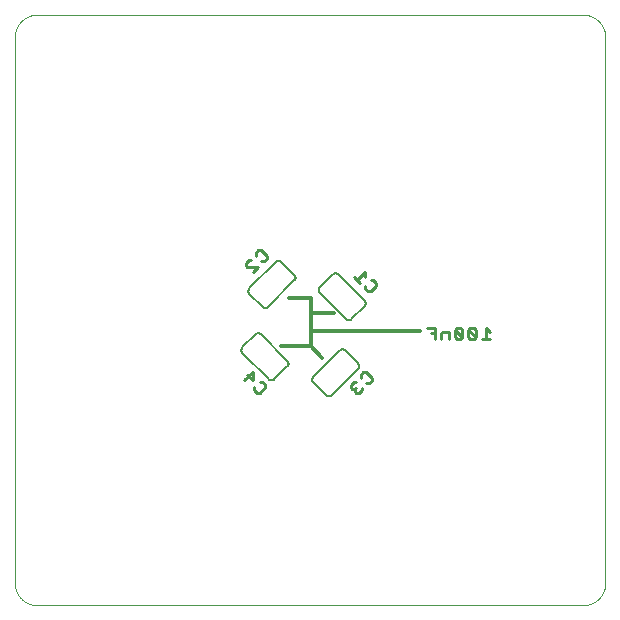
<source format=gbo>
G75*
%MOIN*%
%OFA0B0*%
%FSLAX25Y25*%
%IPPOS*%
%LPD*%
%AMOC8*
5,1,8,0,0,1.08239X$1,22.5*
%
%ADD10C,0.00000*%
%ADD11C,0.01200*%
%ADD12C,0.00600*%
%ADD13C,0.01100*%
D10*
X0014700Y0027800D02*
X0196550Y0027800D01*
X0196731Y0027802D01*
X0196912Y0027809D01*
X0197093Y0027820D01*
X0197274Y0027835D01*
X0197454Y0027855D01*
X0197634Y0027879D01*
X0197813Y0027907D01*
X0197991Y0027940D01*
X0198168Y0027977D01*
X0198345Y0028018D01*
X0198520Y0028063D01*
X0198695Y0028113D01*
X0198868Y0028167D01*
X0199039Y0028225D01*
X0199210Y0028287D01*
X0199378Y0028354D01*
X0199545Y0028424D01*
X0199711Y0028498D01*
X0199874Y0028577D01*
X0200035Y0028659D01*
X0200195Y0028745D01*
X0200352Y0028835D01*
X0200507Y0028929D01*
X0200660Y0029026D01*
X0200810Y0029128D01*
X0200958Y0029232D01*
X0201104Y0029341D01*
X0201246Y0029452D01*
X0201386Y0029568D01*
X0201523Y0029686D01*
X0201658Y0029808D01*
X0201789Y0029933D01*
X0201917Y0030061D01*
X0202042Y0030192D01*
X0202164Y0030327D01*
X0202282Y0030464D01*
X0202398Y0030604D01*
X0202509Y0030746D01*
X0202618Y0030892D01*
X0202722Y0031040D01*
X0202824Y0031190D01*
X0202921Y0031343D01*
X0203015Y0031498D01*
X0203105Y0031655D01*
X0203191Y0031815D01*
X0203273Y0031976D01*
X0203352Y0032139D01*
X0203426Y0032305D01*
X0203496Y0032472D01*
X0203563Y0032640D01*
X0203625Y0032811D01*
X0203683Y0032982D01*
X0203737Y0033155D01*
X0203787Y0033330D01*
X0203832Y0033505D01*
X0203873Y0033682D01*
X0203910Y0033859D01*
X0203943Y0034037D01*
X0203971Y0034216D01*
X0203995Y0034396D01*
X0204015Y0034576D01*
X0204030Y0034757D01*
X0204041Y0034938D01*
X0204048Y0035119D01*
X0204050Y0035300D01*
X0204050Y0217150D01*
X0204048Y0217331D01*
X0204041Y0217512D01*
X0204030Y0217693D01*
X0204015Y0217874D01*
X0203995Y0218054D01*
X0203971Y0218234D01*
X0203943Y0218413D01*
X0203910Y0218591D01*
X0203873Y0218768D01*
X0203832Y0218945D01*
X0203787Y0219120D01*
X0203737Y0219295D01*
X0203683Y0219468D01*
X0203625Y0219639D01*
X0203563Y0219810D01*
X0203496Y0219978D01*
X0203426Y0220145D01*
X0203352Y0220311D01*
X0203273Y0220474D01*
X0203191Y0220635D01*
X0203105Y0220795D01*
X0203015Y0220952D01*
X0202921Y0221107D01*
X0202824Y0221260D01*
X0202722Y0221410D01*
X0202618Y0221558D01*
X0202509Y0221704D01*
X0202398Y0221846D01*
X0202282Y0221986D01*
X0202164Y0222123D01*
X0202042Y0222258D01*
X0201917Y0222389D01*
X0201789Y0222517D01*
X0201658Y0222642D01*
X0201523Y0222764D01*
X0201386Y0222882D01*
X0201246Y0222998D01*
X0201104Y0223109D01*
X0200958Y0223218D01*
X0200810Y0223322D01*
X0200660Y0223424D01*
X0200507Y0223521D01*
X0200352Y0223615D01*
X0200195Y0223705D01*
X0200035Y0223791D01*
X0199874Y0223873D01*
X0199711Y0223952D01*
X0199545Y0224026D01*
X0199378Y0224096D01*
X0199210Y0224163D01*
X0199039Y0224225D01*
X0198868Y0224283D01*
X0198695Y0224337D01*
X0198520Y0224387D01*
X0198345Y0224432D01*
X0198168Y0224473D01*
X0197991Y0224510D01*
X0197813Y0224543D01*
X0197634Y0224571D01*
X0197454Y0224595D01*
X0197274Y0224615D01*
X0197093Y0224630D01*
X0196912Y0224641D01*
X0196731Y0224648D01*
X0196550Y0224650D01*
X0014700Y0224650D01*
X0014519Y0224648D01*
X0014338Y0224641D01*
X0014157Y0224630D01*
X0013976Y0224615D01*
X0013796Y0224595D01*
X0013616Y0224571D01*
X0013437Y0224543D01*
X0013259Y0224510D01*
X0013082Y0224473D01*
X0012905Y0224432D01*
X0012730Y0224387D01*
X0012555Y0224337D01*
X0012382Y0224283D01*
X0012211Y0224225D01*
X0012040Y0224163D01*
X0011872Y0224096D01*
X0011705Y0224026D01*
X0011539Y0223952D01*
X0011376Y0223873D01*
X0011215Y0223791D01*
X0011055Y0223705D01*
X0010898Y0223615D01*
X0010743Y0223521D01*
X0010590Y0223424D01*
X0010440Y0223322D01*
X0010292Y0223218D01*
X0010146Y0223109D01*
X0010004Y0222998D01*
X0009864Y0222882D01*
X0009727Y0222764D01*
X0009592Y0222642D01*
X0009461Y0222517D01*
X0009333Y0222389D01*
X0009208Y0222258D01*
X0009086Y0222123D01*
X0008968Y0221986D01*
X0008852Y0221846D01*
X0008741Y0221704D01*
X0008632Y0221558D01*
X0008528Y0221410D01*
X0008426Y0221260D01*
X0008329Y0221107D01*
X0008235Y0220952D01*
X0008145Y0220795D01*
X0008059Y0220635D01*
X0007977Y0220474D01*
X0007898Y0220311D01*
X0007824Y0220145D01*
X0007754Y0219978D01*
X0007687Y0219810D01*
X0007625Y0219639D01*
X0007567Y0219468D01*
X0007513Y0219295D01*
X0007463Y0219120D01*
X0007418Y0218945D01*
X0007377Y0218768D01*
X0007340Y0218591D01*
X0007307Y0218413D01*
X0007279Y0218234D01*
X0007255Y0218054D01*
X0007235Y0217874D01*
X0007220Y0217693D01*
X0007209Y0217512D01*
X0007202Y0217331D01*
X0007200Y0217150D01*
X0007200Y0035300D01*
X0007202Y0035119D01*
X0007209Y0034938D01*
X0007220Y0034757D01*
X0007235Y0034576D01*
X0007255Y0034396D01*
X0007279Y0034216D01*
X0007307Y0034037D01*
X0007340Y0033859D01*
X0007377Y0033682D01*
X0007418Y0033505D01*
X0007463Y0033330D01*
X0007513Y0033155D01*
X0007567Y0032982D01*
X0007625Y0032811D01*
X0007687Y0032640D01*
X0007754Y0032472D01*
X0007824Y0032305D01*
X0007898Y0032139D01*
X0007977Y0031976D01*
X0008059Y0031815D01*
X0008145Y0031655D01*
X0008235Y0031498D01*
X0008329Y0031343D01*
X0008426Y0031190D01*
X0008528Y0031040D01*
X0008632Y0030892D01*
X0008741Y0030746D01*
X0008852Y0030604D01*
X0008968Y0030464D01*
X0009086Y0030327D01*
X0009208Y0030192D01*
X0009333Y0030061D01*
X0009461Y0029933D01*
X0009592Y0029808D01*
X0009727Y0029686D01*
X0009864Y0029568D01*
X0010004Y0029452D01*
X0010146Y0029341D01*
X0010292Y0029232D01*
X0010440Y0029128D01*
X0010590Y0029026D01*
X0010743Y0028929D01*
X0010898Y0028835D01*
X0011055Y0028745D01*
X0011215Y0028659D01*
X0011376Y0028577D01*
X0011539Y0028498D01*
X0011705Y0028424D01*
X0011872Y0028354D01*
X0012040Y0028287D01*
X0012211Y0028225D01*
X0012382Y0028167D01*
X0012555Y0028113D01*
X0012730Y0028063D01*
X0012905Y0028018D01*
X0013082Y0027977D01*
X0013259Y0027940D01*
X0013437Y0027907D01*
X0013616Y0027879D01*
X0013796Y0027855D01*
X0013976Y0027835D01*
X0014157Y0027820D01*
X0014338Y0027809D01*
X0014519Y0027802D01*
X0014700Y0027800D01*
D11*
X0095950Y0114050D02*
X0105950Y0114050D01*
X0109700Y0110300D01*
X0105950Y0114050D02*
X0105950Y0119050D01*
X0142200Y0119050D01*
X0113450Y0125300D02*
X0105950Y0125300D01*
X0105950Y0119050D01*
X0105950Y0125300D02*
X0105950Y0130300D01*
X0098450Y0130300D01*
D12*
X0100436Y0136117D02*
X0091598Y0127278D01*
X0091549Y0127232D01*
X0091497Y0127188D01*
X0091443Y0127147D01*
X0091387Y0127109D01*
X0091329Y0127074D01*
X0091269Y0127042D01*
X0091208Y0127014D01*
X0091145Y0126989D01*
X0091081Y0126967D01*
X0091016Y0126949D01*
X0090950Y0126934D01*
X0090883Y0126923D01*
X0090815Y0126916D01*
X0090748Y0126912D01*
X0090680Y0126912D01*
X0090613Y0126916D01*
X0090545Y0126923D01*
X0090478Y0126934D01*
X0090412Y0126949D01*
X0090347Y0126967D01*
X0090283Y0126989D01*
X0090220Y0127014D01*
X0090159Y0127042D01*
X0090099Y0127074D01*
X0090041Y0127109D01*
X0089985Y0127147D01*
X0089931Y0127188D01*
X0089879Y0127232D01*
X0089830Y0127278D01*
X0085428Y0131680D01*
X0085382Y0131729D01*
X0085338Y0131781D01*
X0085297Y0131835D01*
X0085259Y0131891D01*
X0085224Y0131949D01*
X0085192Y0132009D01*
X0085164Y0132070D01*
X0085139Y0132133D01*
X0085117Y0132197D01*
X0085099Y0132262D01*
X0085084Y0132328D01*
X0085073Y0132395D01*
X0085066Y0132463D01*
X0085062Y0132530D01*
X0085062Y0132598D01*
X0085066Y0132665D01*
X0085073Y0132733D01*
X0085084Y0132800D01*
X0085099Y0132866D01*
X0085117Y0132931D01*
X0085139Y0132995D01*
X0085164Y0133058D01*
X0085192Y0133119D01*
X0085224Y0133179D01*
X0085259Y0133237D01*
X0085297Y0133293D01*
X0085338Y0133347D01*
X0085382Y0133399D01*
X0085428Y0133448D01*
X0094267Y0142286D01*
X0094316Y0142332D01*
X0094368Y0142376D01*
X0094422Y0142417D01*
X0094478Y0142455D01*
X0094536Y0142490D01*
X0094596Y0142522D01*
X0094657Y0142550D01*
X0094720Y0142575D01*
X0094784Y0142597D01*
X0094849Y0142615D01*
X0094915Y0142630D01*
X0094982Y0142641D01*
X0095050Y0142648D01*
X0095117Y0142652D01*
X0095185Y0142652D01*
X0095252Y0142648D01*
X0095320Y0142641D01*
X0095387Y0142630D01*
X0095453Y0142615D01*
X0095518Y0142597D01*
X0095582Y0142575D01*
X0095645Y0142550D01*
X0095706Y0142522D01*
X0095766Y0142490D01*
X0095824Y0142455D01*
X0095880Y0142417D01*
X0095934Y0142376D01*
X0095986Y0142332D01*
X0096035Y0142286D01*
X0100436Y0137885D01*
X0100437Y0137885D02*
X0100483Y0137836D01*
X0100527Y0137784D01*
X0100568Y0137730D01*
X0100606Y0137674D01*
X0100641Y0137616D01*
X0100673Y0137556D01*
X0100701Y0137495D01*
X0100726Y0137432D01*
X0100748Y0137368D01*
X0100766Y0137303D01*
X0100781Y0137237D01*
X0100792Y0137170D01*
X0100799Y0137102D01*
X0100803Y0137035D01*
X0100803Y0136967D01*
X0100799Y0136900D01*
X0100792Y0136832D01*
X0100781Y0136765D01*
X0100766Y0136699D01*
X0100748Y0136634D01*
X0100726Y0136570D01*
X0100701Y0136507D01*
X0100673Y0136446D01*
X0100641Y0136386D01*
X0100606Y0136328D01*
X0100568Y0136272D01*
X0100527Y0136218D01*
X0100483Y0136166D01*
X0100437Y0136117D01*
X0108812Y0133769D02*
X0113214Y0138170D01*
X0113263Y0138216D01*
X0113315Y0138260D01*
X0113369Y0138301D01*
X0113425Y0138339D01*
X0113483Y0138374D01*
X0113543Y0138406D01*
X0113604Y0138434D01*
X0113667Y0138459D01*
X0113731Y0138481D01*
X0113796Y0138499D01*
X0113862Y0138514D01*
X0113929Y0138525D01*
X0113997Y0138532D01*
X0114064Y0138536D01*
X0114132Y0138536D01*
X0114199Y0138532D01*
X0114267Y0138525D01*
X0114334Y0138514D01*
X0114400Y0138499D01*
X0114465Y0138481D01*
X0114529Y0138459D01*
X0114592Y0138434D01*
X0114653Y0138406D01*
X0114713Y0138374D01*
X0114771Y0138339D01*
X0114827Y0138301D01*
X0114881Y0138260D01*
X0114933Y0138216D01*
X0114982Y0138170D01*
X0114981Y0138170D02*
X0123820Y0129331D01*
X0123820Y0129332D02*
X0123866Y0129283D01*
X0123910Y0129231D01*
X0123951Y0129177D01*
X0123989Y0129121D01*
X0124024Y0129063D01*
X0124056Y0129003D01*
X0124084Y0128942D01*
X0124109Y0128879D01*
X0124131Y0128815D01*
X0124149Y0128750D01*
X0124164Y0128684D01*
X0124175Y0128617D01*
X0124182Y0128549D01*
X0124186Y0128482D01*
X0124186Y0128414D01*
X0124182Y0128347D01*
X0124175Y0128279D01*
X0124164Y0128212D01*
X0124149Y0128146D01*
X0124131Y0128081D01*
X0124109Y0128017D01*
X0124084Y0127954D01*
X0124056Y0127893D01*
X0124024Y0127833D01*
X0123989Y0127775D01*
X0123951Y0127719D01*
X0123910Y0127665D01*
X0123866Y0127613D01*
X0123820Y0127564D01*
X0119419Y0123162D01*
X0119370Y0123116D01*
X0119318Y0123072D01*
X0119264Y0123031D01*
X0119208Y0122993D01*
X0119150Y0122958D01*
X0119090Y0122926D01*
X0119029Y0122898D01*
X0118966Y0122873D01*
X0118902Y0122851D01*
X0118837Y0122833D01*
X0118771Y0122818D01*
X0118704Y0122807D01*
X0118636Y0122800D01*
X0118569Y0122796D01*
X0118501Y0122796D01*
X0118434Y0122800D01*
X0118366Y0122807D01*
X0118299Y0122818D01*
X0118233Y0122833D01*
X0118168Y0122851D01*
X0118104Y0122873D01*
X0118041Y0122898D01*
X0117980Y0122926D01*
X0117920Y0122958D01*
X0117862Y0122993D01*
X0117806Y0123031D01*
X0117752Y0123072D01*
X0117700Y0123116D01*
X0117651Y0123162D01*
X0108812Y0132001D01*
X0108766Y0132050D01*
X0108722Y0132102D01*
X0108681Y0132156D01*
X0108643Y0132212D01*
X0108608Y0132270D01*
X0108576Y0132330D01*
X0108548Y0132391D01*
X0108523Y0132454D01*
X0108501Y0132518D01*
X0108483Y0132583D01*
X0108468Y0132649D01*
X0108457Y0132716D01*
X0108450Y0132784D01*
X0108446Y0132851D01*
X0108446Y0132919D01*
X0108450Y0132986D01*
X0108457Y0133054D01*
X0108468Y0133121D01*
X0108483Y0133187D01*
X0108501Y0133252D01*
X0108523Y0133316D01*
X0108548Y0133379D01*
X0108576Y0133440D01*
X0108608Y0133500D01*
X0108643Y0133558D01*
X0108681Y0133614D01*
X0108722Y0133668D01*
X0108766Y0133720D01*
X0108812Y0133769D01*
X0115517Y0112804D02*
X0106678Y0103965D01*
X0106632Y0103916D01*
X0106588Y0103864D01*
X0106547Y0103810D01*
X0106509Y0103754D01*
X0106474Y0103696D01*
X0106442Y0103636D01*
X0106414Y0103575D01*
X0106389Y0103512D01*
X0106367Y0103448D01*
X0106349Y0103383D01*
X0106334Y0103317D01*
X0106323Y0103250D01*
X0106316Y0103182D01*
X0106312Y0103115D01*
X0106312Y0103047D01*
X0106316Y0102980D01*
X0106323Y0102912D01*
X0106334Y0102845D01*
X0106349Y0102779D01*
X0106367Y0102714D01*
X0106389Y0102650D01*
X0106414Y0102587D01*
X0106442Y0102526D01*
X0106474Y0102466D01*
X0106509Y0102408D01*
X0106547Y0102352D01*
X0106588Y0102298D01*
X0106632Y0102246D01*
X0106678Y0102197D01*
X0106678Y0102198D02*
X0111080Y0097796D01*
X0111129Y0097750D01*
X0111181Y0097706D01*
X0111235Y0097665D01*
X0111291Y0097627D01*
X0111349Y0097592D01*
X0111409Y0097560D01*
X0111470Y0097532D01*
X0111533Y0097507D01*
X0111597Y0097485D01*
X0111662Y0097467D01*
X0111728Y0097452D01*
X0111795Y0097441D01*
X0111863Y0097434D01*
X0111930Y0097430D01*
X0111998Y0097430D01*
X0112065Y0097434D01*
X0112133Y0097441D01*
X0112200Y0097452D01*
X0112266Y0097467D01*
X0112331Y0097485D01*
X0112395Y0097507D01*
X0112458Y0097532D01*
X0112519Y0097560D01*
X0112579Y0097592D01*
X0112637Y0097627D01*
X0112693Y0097665D01*
X0112747Y0097706D01*
X0112799Y0097750D01*
X0112848Y0097796D01*
X0121686Y0106635D01*
X0121687Y0106635D02*
X0121733Y0106684D01*
X0121777Y0106736D01*
X0121818Y0106790D01*
X0121856Y0106846D01*
X0121891Y0106904D01*
X0121923Y0106964D01*
X0121951Y0107025D01*
X0121976Y0107088D01*
X0121998Y0107152D01*
X0122016Y0107217D01*
X0122031Y0107283D01*
X0122042Y0107350D01*
X0122049Y0107418D01*
X0122053Y0107485D01*
X0122053Y0107553D01*
X0122049Y0107620D01*
X0122042Y0107688D01*
X0122031Y0107755D01*
X0122016Y0107821D01*
X0121998Y0107886D01*
X0121976Y0107950D01*
X0121951Y0108013D01*
X0121923Y0108074D01*
X0121891Y0108134D01*
X0121856Y0108192D01*
X0121818Y0108248D01*
X0121777Y0108302D01*
X0121733Y0108354D01*
X0121687Y0108403D01*
X0121686Y0108402D02*
X0117285Y0112804D01*
X0117236Y0112850D01*
X0117184Y0112894D01*
X0117130Y0112935D01*
X0117074Y0112973D01*
X0117016Y0113008D01*
X0116956Y0113040D01*
X0116895Y0113068D01*
X0116832Y0113093D01*
X0116768Y0113115D01*
X0116703Y0113133D01*
X0116637Y0113148D01*
X0116570Y0113159D01*
X0116502Y0113166D01*
X0116435Y0113170D01*
X0116367Y0113170D01*
X0116300Y0113166D01*
X0116232Y0113159D01*
X0116165Y0113148D01*
X0116099Y0113133D01*
X0116034Y0113115D01*
X0115970Y0113093D01*
X0115907Y0113068D01*
X0115846Y0113040D01*
X0115786Y0113008D01*
X0115728Y0112973D01*
X0115672Y0112935D01*
X0115618Y0112894D01*
X0115566Y0112850D01*
X0115517Y0112804D01*
X0098088Y0109331D02*
X0089249Y0118170D01*
X0089200Y0118216D01*
X0089148Y0118260D01*
X0089094Y0118301D01*
X0089038Y0118339D01*
X0088980Y0118374D01*
X0088920Y0118406D01*
X0088859Y0118434D01*
X0088796Y0118459D01*
X0088732Y0118481D01*
X0088667Y0118499D01*
X0088601Y0118514D01*
X0088534Y0118525D01*
X0088466Y0118532D01*
X0088399Y0118536D01*
X0088331Y0118536D01*
X0088264Y0118532D01*
X0088196Y0118525D01*
X0088129Y0118514D01*
X0088063Y0118499D01*
X0087998Y0118481D01*
X0087934Y0118459D01*
X0087871Y0118434D01*
X0087810Y0118406D01*
X0087750Y0118374D01*
X0087692Y0118339D01*
X0087636Y0118301D01*
X0087582Y0118260D01*
X0087530Y0118216D01*
X0087481Y0118170D01*
X0083080Y0113769D01*
X0083034Y0113720D01*
X0082990Y0113668D01*
X0082949Y0113614D01*
X0082911Y0113558D01*
X0082876Y0113500D01*
X0082844Y0113440D01*
X0082816Y0113379D01*
X0082791Y0113316D01*
X0082769Y0113252D01*
X0082751Y0113187D01*
X0082736Y0113121D01*
X0082725Y0113054D01*
X0082718Y0112986D01*
X0082714Y0112919D01*
X0082714Y0112851D01*
X0082718Y0112784D01*
X0082725Y0112716D01*
X0082736Y0112649D01*
X0082751Y0112583D01*
X0082769Y0112518D01*
X0082791Y0112454D01*
X0082816Y0112391D01*
X0082844Y0112330D01*
X0082876Y0112270D01*
X0082911Y0112212D01*
X0082949Y0112156D01*
X0082990Y0112102D01*
X0083034Y0112050D01*
X0083080Y0112001D01*
X0091919Y0103162D01*
X0091918Y0103162D02*
X0091967Y0103116D01*
X0092019Y0103072D01*
X0092073Y0103031D01*
X0092129Y0102993D01*
X0092187Y0102958D01*
X0092247Y0102926D01*
X0092308Y0102898D01*
X0092371Y0102873D01*
X0092435Y0102851D01*
X0092500Y0102833D01*
X0092566Y0102818D01*
X0092633Y0102807D01*
X0092701Y0102800D01*
X0092768Y0102796D01*
X0092836Y0102796D01*
X0092903Y0102800D01*
X0092971Y0102807D01*
X0093038Y0102818D01*
X0093104Y0102833D01*
X0093169Y0102851D01*
X0093233Y0102873D01*
X0093296Y0102898D01*
X0093357Y0102926D01*
X0093417Y0102958D01*
X0093475Y0102993D01*
X0093531Y0103031D01*
X0093585Y0103072D01*
X0093637Y0103116D01*
X0093686Y0103162D01*
X0098088Y0107564D01*
X0098134Y0107613D01*
X0098178Y0107665D01*
X0098219Y0107719D01*
X0098257Y0107775D01*
X0098292Y0107833D01*
X0098324Y0107893D01*
X0098352Y0107954D01*
X0098377Y0108017D01*
X0098399Y0108081D01*
X0098417Y0108146D01*
X0098432Y0108212D01*
X0098443Y0108279D01*
X0098450Y0108347D01*
X0098454Y0108414D01*
X0098454Y0108482D01*
X0098450Y0108549D01*
X0098443Y0108617D01*
X0098432Y0108684D01*
X0098417Y0108750D01*
X0098399Y0108815D01*
X0098377Y0108879D01*
X0098352Y0108942D01*
X0098324Y0109003D01*
X0098292Y0109063D01*
X0098257Y0109121D01*
X0098219Y0109177D01*
X0098178Y0109231D01*
X0098134Y0109283D01*
X0098088Y0109332D01*
D13*
X0090687Y0101432D02*
X0090687Y0100512D01*
X0088847Y0098672D01*
X0087927Y0098672D01*
X0087007Y0099592D01*
X0087007Y0100512D01*
X0086512Y0102847D02*
X0084672Y0104687D01*
X0083752Y0102847D02*
X0086512Y0105607D01*
X0086512Y0102847D01*
X0088847Y0102352D02*
X0089767Y0102352D01*
X0090687Y0101432D01*
X0119241Y0101228D02*
X0119241Y0100308D01*
X0119701Y0099848D01*
X0120621Y0099848D01*
X0120621Y0098928D01*
X0121081Y0098468D01*
X0122001Y0098468D01*
X0122921Y0099388D01*
X0122921Y0100308D01*
X0121081Y0100308D02*
X0120621Y0099848D01*
X0119241Y0101228D02*
X0120161Y0102148D01*
X0121081Y0102148D01*
X0122497Y0103563D02*
X0122497Y0104483D01*
X0123417Y0105403D01*
X0124337Y0105403D01*
X0126177Y0103563D01*
X0126177Y0102643D01*
X0125257Y0101723D01*
X0124337Y0101723D01*
X0145926Y0118382D02*
X0147227Y0118382D01*
X0147227Y0116431D02*
X0147227Y0120334D01*
X0144624Y0120334D01*
X0149228Y0118382D02*
X0149228Y0116431D01*
X0149228Y0118382D02*
X0149879Y0119033D01*
X0151831Y0119033D01*
X0151831Y0116431D01*
X0153832Y0117081D02*
X0153832Y0119683D01*
X0156435Y0117081D01*
X0155784Y0116431D01*
X0154483Y0116431D01*
X0153832Y0117081D01*
X0153832Y0119683D02*
X0154483Y0120334D01*
X0155784Y0120334D01*
X0156435Y0119683D01*
X0156435Y0117081D01*
X0158436Y0117081D02*
X0158436Y0119683D01*
X0161038Y0117081D01*
X0160388Y0116431D01*
X0159087Y0116431D01*
X0158436Y0117081D01*
X0158436Y0119683D02*
X0159087Y0120334D01*
X0160388Y0120334D01*
X0161038Y0119683D01*
X0161038Y0117081D01*
X0163040Y0116431D02*
X0165642Y0116431D01*
X0164341Y0116431D02*
X0164341Y0120334D01*
X0165642Y0119033D01*
X0127669Y0134262D02*
X0125829Y0132422D01*
X0124909Y0132422D01*
X0123989Y0133342D01*
X0123989Y0134262D01*
X0122114Y0135217D02*
X0120274Y0137057D01*
X0121194Y0136137D02*
X0123954Y0138897D01*
X0123954Y0137057D01*
X0125829Y0136102D02*
X0126749Y0136102D01*
X0127669Y0135182D01*
X0127669Y0134262D01*
X0091177Y0143376D02*
X0090257Y0142455D01*
X0089337Y0142455D01*
X0091177Y0143376D02*
X0091177Y0144296D01*
X0089337Y0146136D01*
X0088417Y0146136D01*
X0087497Y0145216D01*
X0087497Y0144296D01*
X0086081Y0142880D02*
X0085161Y0142880D01*
X0084241Y0141960D01*
X0084241Y0141040D01*
X0084701Y0140580D01*
X0088381Y0140580D01*
X0086541Y0138740D01*
M02*

</source>
